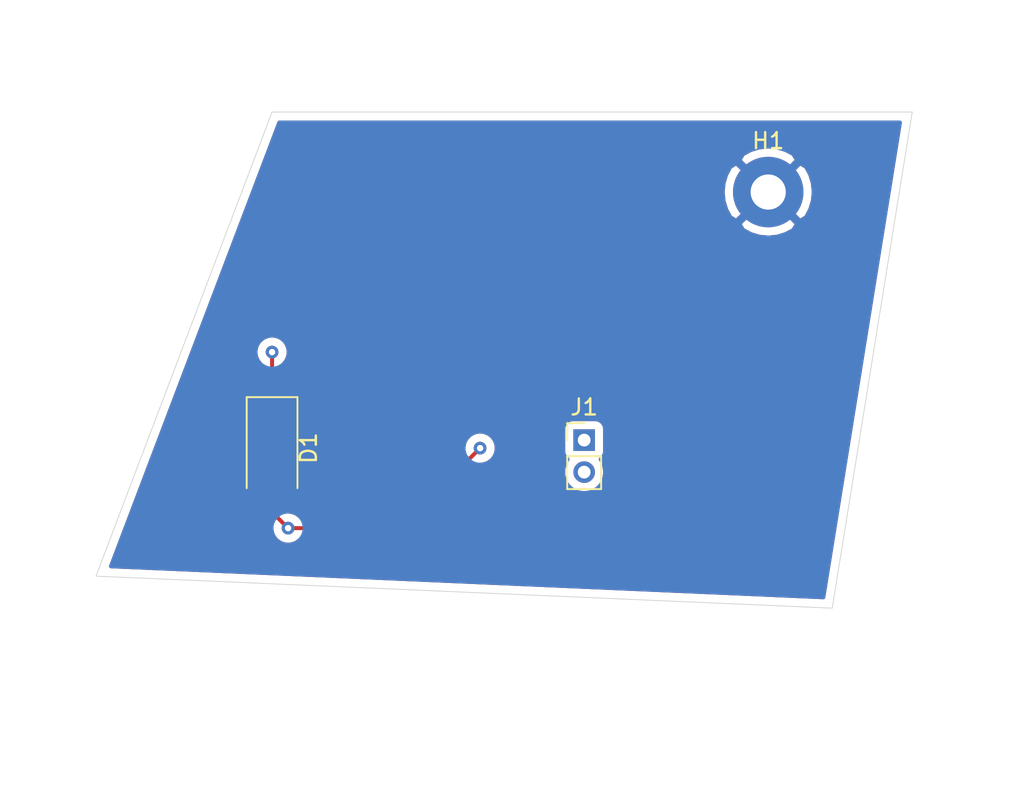
<source format=kicad_pcb>
(kicad_pcb (version 20171130) (host pcbnew 5.1.6)

  (general
    (thickness 1.6)
    (drawings 4)
    (tracks 12)
    (zones 0)
    (modules 3)
    (nets 4)
  )

  (page A4)
  (layers
    (0 F.Cu power)
    (1 In1.Cu signal)
    (2 In2.Cu signal)
    (31 B.Cu power)
    (32 B.Adhes user)
    (33 F.Adhes user)
    (34 B.Paste user)
    (35 F.Paste user)
    (36 B.SilkS user)
    (37 F.SilkS user)
    (38 B.Mask user)
    (39 F.Mask user)
    (40 Dwgs.User user)
    (41 Cmts.User user)
    (42 Eco1.User user)
    (43 Eco2.User user)
    (44 Edge.Cuts user)
    (45 Margin user)
    (46 B.CrtYd user)
    (47 F.CrtYd user)
    (48 B.Fab user)
    (49 F.Fab user)
  )

  (setup
    (last_trace_width 0.25)
    (trace_clearance 0.2)
    (zone_clearance 0.1)
    (zone_45_only no)
    (trace_min 0.2)
    (via_size 0.8)
    (via_drill 0.4)
    (via_min_size 0.4)
    (via_min_drill 0.3)
    (uvia_size 0.3)
    (uvia_drill 0.1)
    (uvias_allowed no)
    (uvia_min_size 0.2)
    (uvia_min_drill 0.1)
    (edge_width 0.05)
    (segment_width 0.2)
    (pcb_text_width 0.3)
    (pcb_text_size 1.5 1.5)
    (mod_edge_width 0.12)
    (mod_text_size 1 1)
    (mod_text_width 0.15)
    (pad_size 1.524 1.524)
    (pad_drill 0.762)
    (pad_to_mask_clearance 0.05)
    (aux_axis_origin 0 0)
    (visible_elements FFFFFF7F)
    (pcbplotparams
      (layerselection 0x010fc_ffffffff)
      (usegerberextensions false)
      (usegerberattributes true)
      (usegerberadvancedattributes true)
      (creategerberjobfile true)
      (excludeedgelayer true)
      (linewidth 0.100000)
      (plotframeref false)
      (viasonmask false)
      (mode 1)
      (useauxorigin false)
      (hpglpennumber 1)
      (hpglpenspeed 20)
      (hpglpendiameter 15.000000)
      (psnegative false)
      (psa4output false)
      (plotreference true)
      (plotvalue true)
      (plotinvisibletext false)
      (padsonsilk false)
      (subtractmaskfromsilk false)
      (outputformat 1)
      (mirror false)
      (drillshape 1)
      (scaleselection 1)
      (outputdirectory ""))
  )

  (net 0 "")
  (net 1 /sig1)
  (net 2 /sig2)
  (net 3 GND)

  (net_class Default "This is the default net class."
    (clearance 0.2)
    (trace_width 0.25)
    (via_dia 0.8)
    (via_drill 0.4)
    (uvia_dia 0.3)
    (uvia_drill 0.1)
    (add_net /sig1)
    (add_net /sig2)
    (add_net GND)
  )

  (module LED_SMD:LED_2010_5025Metric (layer F.Cu) (tedit 5B301BBE) (tstamp 5F687325)
    (at 135 111 270)
    (descr "LED SMD 2010 (5025 Metric), square (rectangular) end terminal, IPC_7351 nominal, (Body size source: http://www.tortai-tech.com/upload/download/2011102023233369053.pdf), generated with kicad-footprint-generator")
    (tags diode)
    (path /5F6EECAD)
    (attr smd)
    (fp_text reference D1 (at 0 -2.28 90) (layer F.SilkS)
      (effects (font (size 1 1) (thickness 0.15)))
    )
    (fp_text value LED (at 0 2.28 90) (layer F.Fab)
      (effects (font (size 1 1) (thickness 0.15)))
    )
    (fp_line (start 3.18 1.58) (end -3.18 1.58) (layer F.CrtYd) (width 0.05))
    (fp_line (start 3.18 -1.58) (end 3.18 1.58) (layer F.CrtYd) (width 0.05))
    (fp_line (start -3.18 -1.58) (end 3.18 -1.58) (layer F.CrtYd) (width 0.05))
    (fp_line (start -3.18 1.58) (end -3.18 -1.58) (layer F.CrtYd) (width 0.05))
    (fp_line (start -3.185 1.585) (end 2.5 1.585) (layer F.SilkS) (width 0.12))
    (fp_line (start -3.185 -1.585) (end -3.185 1.585) (layer F.SilkS) (width 0.12))
    (fp_line (start 2.5 -1.585) (end -3.185 -1.585) (layer F.SilkS) (width 0.12))
    (fp_line (start 2.5 1.25) (end 2.5 -1.25) (layer F.Fab) (width 0.1))
    (fp_line (start -2.5 1.25) (end 2.5 1.25) (layer F.Fab) (width 0.1))
    (fp_line (start -2.5 -0.625) (end -2.5 1.25) (layer F.Fab) (width 0.1))
    (fp_line (start -1.875 -1.25) (end -2.5 -0.625) (layer F.Fab) (width 0.1))
    (fp_line (start 2.5 -1.25) (end -1.875 -1.25) (layer F.Fab) (width 0.1))
    (fp_text user %R (at 0 0 90) (layer F.Fab)
      (effects (font (size 1 1) (thickness 0.15)))
    )
    (pad 1 smd roundrect (at -2.25 0 270) (size 1.35 2.65) (layers F.Cu F.Paste F.Mask) (roundrect_rratio 0.185185)
      (net 1 /sig1))
    (pad 2 smd roundrect (at 2.25 0 270) (size 1.35 2.65) (layers F.Cu F.Paste F.Mask) (roundrect_rratio 0.185185)
      (net 2 /sig2))
    (model ${KISYS3DMOD}/LED_SMD.3dshapes/LED_2010_5025Metric.wrl
      (at (xyz 0 0 0))
      (scale (xyz 1 1 1))
      (rotate (xyz 0 0 0))
    )
  )

  (module Connector_PinHeader_2.00mm:PinHeader_1x02_P2.00mm_Vertical (layer F.Cu) (tedit 59FED667) (tstamp 5F687485)
    (at 154.5 110.5)
    (descr "Through hole straight pin header, 1x02, 2.00mm pitch, single row")
    (tags "Through hole pin header THT 1x02 2.00mm single row")
    (path /5F6EE6B3)
    (fp_text reference J1 (at 0 -2.06) (layer F.SilkS)
      (effects (font (size 1 1) (thickness 0.15)))
    )
    (fp_text value Conn_01x02 (at 0 4.06) (layer F.Fab)
      (effects (font (size 1 1) (thickness 0.15)))
    )
    (fp_line (start 1.5 -1.5) (end -1.5 -1.5) (layer F.CrtYd) (width 0.05))
    (fp_line (start 1.5 3.5) (end 1.5 -1.5) (layer F.CrtYd) (width 0.05))
    (fp_line (start -1.5 3.5) (end 1.5 3.5) (layer F.CrtYd) (width 0.05))
    (fp_line (start -1.5 -1.5) (end -1.5 3.5) (layer F.CrtYd) (width 0.05))
    (fp_line (start -1.06 -1.06) (end 0 -1.06) (layer F.SilkS) (width 0.12))
    (fp_line (start -1.06 0) (end -1.06 -1.06) (layer F.SilkS) (width 0.12))
    (fp_line (start -1.06 1) (end 1.06 1) (layer F.SilkS) (width 0.12))
    (fp_line (start 1.06 1) (end 1.06 3.06) (layer F.SilkS) (width 0.12))
    (fp_line (start -1.06 1) (end -1.06 3.06) (layer F.SilkS) (width 0.12))
    (fp_line (start -1.06 3.06) (end 1.06 3.06) (layer F.SilkS) (width 0.12))
    (fp_line (start -1 -0.5) (end -0.5 -1) (layer F.Fab) (width 0.1))
    (fp_line (start -1 3) (end -1 -0.5) (layer F.Fab) (width 0.1))
    (fp_line (start 1 3) (end -1 3) (layer F.Fab) (width 0.1))
    (fp_line (start 1 -1) (end 1 3) (layer F.Fab) (width 0.1))
    (fp_line (start -0.5 -1) (end 1 -1) (layer F.Fab) (width 0.1))
    (fp_text user %R (at 0 1 90) (layer F.Fab)
      (effects (font (size 1 1) (thickness 0.15)))
    )
    (pad 1 thru_hole rect (at 0 0) (size 1.35 1.35) (drill 0.8) (layers *.Cu *.Mask)
      (net 1 /sig1))
    (pad 2 thru_hole oval (at 0 2) (size 1.35 1.35) (drill 0.8) (layers *.Cu *.Mask)
      (net 2 /sig2))
    (model ${KISYS3DMOD}/Connector_PinHeader_2.00mm.3dshapes/PinHeader_1x02_P2.00mm_Vertical.wrl
      (at (xyz 0 0 0))
      (scale (xyz 1 1 1))
      (rotate (xyz 0 0 0))
    )
  )

  (module MountingHole:MountingHole_2.2mm_M2_Pad (layer F.Cu) (tedit 56D1B4CB) (tstamp 5F6872E3)
    (at 166 95)
    (descr "Mounting Hole 2.2mm, M2")
    (tags "mounting hole 2.2mm m2")
    (path /5F6F1693)
    (attr virtual)
    (fp_text reference H1 (at 0 -3.2) (layer F.SilkS)
      (effects (font (size 1 1) (thickness 0.15)))
    )
    (fp_text value MountingHole_Pad (at 0 3.2) (layer F.Fab)
      (effects (font (size 1 1) (thickness 0.15)))
    )
    (fp_circle (center 0 0) (end 2.45 0) (layer F.CrtYd) (width 0.05))
    (fp_circle (center 0 0) (end 2.2 0) (layer Cmts.User) (width 0.15))
    (fp_text user %R (at 0.3 0) (layer F.Fab)
      (effects (font (size 1 1) (thickness 0.15)))
    )
    (pad 1 thru_hole circle (at 0 0) (size 4.4 4.4) (drill 2.2) (layers *.Cu *.Mask)
      (net 3 GND))
  )

  (gr_line (start 170 121) (end 124 119) (layer Edge.Cuts) (width 0.05))
  (gr_line (start 175 90) (end 170 121) (layer Edge.Cuts) (width 0.05))
  (gr_line (start 135 90) (end 175 90) (layer Edge.Cuts) (width 0.05))
  (gr_line (start 124 119) (end 135 90) (layer Edge.Cuts) (width 0.05))

  (via (at 135 105) (size 0.8) (drill 0.4) (layers F.Cu B.Cu) (net 1))
  (segment (start 135 105) (end 135 108.75) (width 0.25) (layer F.Cu) (net 1))
  (segment (start 135 105) (end 137 105) (width 0.25) (layer In1.Cu) (net 1))
  (segment (start 137 105) (end 142 110) (width 0.25) (layer In1.Cu) (net 1))
  (via (at 136 116) (size 0.8) (drill 0.4) (layers F.Cu B.Cu) (net 2))
  (segment (start 135 115) (end 136 116) (width 0.25) (layer F.Cu) (net 2))
  (segment (start 135 113.25) (end 135 115) (width 0.25) (layer F.Cu) (net 2))
  (via (at 148 111) (size 0.8) (drill 0.4) (layers F.Cu B.Cu) (net 2))
  (segment (start 149.5 112.5) (end 148 111) (width 0.25) (layer In2.Cu) (net 2))
  (segment (start 154.5 112.5) (end 149.5 112.5) (width 0.25) (layer In2.Cu) (net 2))
  (segment (start 143 116) (end 136 116) (width 0.25) (layer F.Cu) (net 2))
  (segment (start 148 111) (end 143 116) (width 0.25) (layer F.Cu) (net 2))

  (zone (net 3) (net_name GND) (layer F.Cu) (tstamp 0) (hatch edge 0.508)
    (connect_pads (clearance 0.508))
    (min_thickness 0.254)
    (fill yes (arc_segments 32) (thermal_gap 0.508) (thermal_bridge_width 0.508))
    (polygon
      (pts
        (xy 180 84) (xy 182 126) (xy 121 133) (xy 118 83)
      )
    )
    (filled_polygon
      (pts
        (xy 169.441936 120.315113) (xy 124.940947 118.380287) (xy 127.048125 112.824999) (xy 133.036928 112.824999) (xy 133.036928 113.675001)
        (xy 133.053992 113.848255) (xy 133.104528 114.014851) (xy 133.186595 114.168387) (xy 133.297038 114.302962) (xy 133.431613 114.413405)
        (xy 133.585149 114.495472) (xy 133.751745 114.546008) (xy 133.924999 114.563072) (xy 134.240001 114.563072) (xy 134.240001 114.962668)
        (xy 134.236324 115) (xy 134.250998 115.148985) (xy 134.294454 115.292246) (xy 134.365026 115.424276) (xy 134.418142 115.488997)
        (xy 134.46 115.540001) (xy 134.488998 115.563799) (xy 134.965 116.039802) (xy 134.965 116.101939) (xy 135.004774 116.301898)
        (xy 135.082795 116.490256) (xy 135.196063 116.659774) (xy 135.340226 116.803937) (xy 135.509744 116.917205) (xy 135.698102 116.995226)
        (xy 135.898061 117.035) (xy 136.101939 117.035) (xy 136.301898 116.995226) (xy 136.490256 116.917205) (xy 136.659774 116.803937)
        (xy 136.703711 116.76) (xy 142.962678 116.76) (xy 143 116.763676) (xy 143.037322 116.76) (xy 143.037333 116.76)
        (xy 143.148986 116.749003) (xy 143.292247 116.705546) (xy 143.424276 116.634974) (xy 143.540001 116.540001) (xy 143.563804 116.510997)
        (xy 148.039802 112.035) (xy 148.101939 112.035) (xy 148.301898 111.995226) (xy 148.490256 111.917205) (xy 148.659774 111.803937)
        (xy 148.803937 111.659774) (xy 148.917205 111.490256) (xy 148.995226 111.301898) (xy 149.035 111.101939) (xy 149.035 110.898061)
        (xy 148.995226 110.698102) (xy 148.917205 110.509744) (xy 148.803937 110.340226) (xy 148.659774 110.196063) (xy 148.490256 110.082795)
        (xy 148.301898 110.004774) (xy 148.101939 109.965) (xy 147.898061 109.965) (xy 147.698102 110.004774) (xy 147.509744 110.082795)
        (xy 147.340226 110.196063) (xy 147.196063 110.340226) (xy 147.082795 110.509744) (xy 147.004774 110.698102) (xy 146.965 110.898061)
        (xy 146.965 110.960198) (xy 142.685199 115.24) (xy 136.703711 115.24) (xy 136.659774 115.196063) (xy 136.490256 115.082795)
        (xy 136.301898 115.004774) (xy 136.101939 114.965) (xy 136.039802 114.965) (xy 135.76 114.685199) (xy 135.76 114.563072)
        (xy 136.075001 114.563072) (xy 136.248255 114.546008) (xy 136.414851 114.495472) (xy 136.568387 114.413405) (xy 136.702962 114.302962)
        (xy 136.813405 114.168387) (xy 136.895472 114.014851) (xy 136.946008 113.848255) (xy 136.963072 113.675001) (xy 136.963072 112.824999)
        (xy 136.946008 112.651745) (xy 136.895472 112.485149) (xy 136.813405 112.331613) (xy 136.702962 112.197038) (xy 136.568387 112.086595)
        (xy 136.414851 112.004528) (xy 136.248255 111.953992) (xy 136.075001 111.936928) (xy 133.924999 111.936928) (xy 133.751745 111.953992)
        (xy 133.585149 112.004528) (xy 133.431613 112.086595) (xy 133.297038 112.197038) (xy 133.186595 112.331613) (xy 133.104528 112.485149)
        (xy 133.053992 112.651745) (xy 133.036928 112.824999) (xy 127.048125 112.824999) (xy 128.755021 108.324999) (xy 133.036928 108.324999)
        (xy 133.036928 109.175001) (xy 133.053992 109.348255) (xy 133.104528 109.514851) (xy 133.186595 109.668387) (xy 133.297038 109.802962)
        (xy 133.431613 109.913405) (xy 133.585149 109.995472) (xy 133.751745 110.046008) (xy 133.924999 110.063072) (xy 136.075001 110.063072)
        (xy 136.248255 110.046008) (xy 136.414851 109.995472) (xy 136.568387 109.913405) (xy 136.676108 109.825) (xy 153.186928 109.825)
        (xy 153.186928 111.175) (xy 153.199188 111.299482) (xy 153.235498 111.41918) (xy 153.294463 111.529494) (xy 153.373815 111.626185)
        (xy 153.460697 111.697487) (xy 153.339093 111.879482) (xy 153.240342 112.117887) (xy 153.19 112.370976) (xy 153.19 112.629024)
        (xy 153.240342 112.882113) (xy 153.339093 113.120518) (xy 153.482456 113.335077) (xy 153.664923 113.517544) (xy 153.879482 113.660907)
        (xy 154.117887 113.759658) (xy 154.370976 113.81) (xy 154.629024 113.81) (xy 154.882113 113.759658) (xy 155.120518 113.660907)
        (xy 155.335077 113.517544) (xy 155.517544 113.335077) (xy 155.660907 113.120518) (xy 155.759658 112.882113) (xy 155.81 112.629024)
        (xy 155.81 112.370976) (xy 155.759658 112.117887) (xy 155.660907 111.879482) (xy 155.539303 111.697487) (xy 155.626185 111.626185)
        (xy 155.705537 111.529494) (xy 155.764502 111.41918) (xy 155.800812 111.299482) (xy 155.813072 111.175) (xy 155.813072 109.825)
        (xy 155.800812 109.700518) (xy 155.764502 109.58082) (xy 155.705537 109.470506) (xy 155.626185 109.373815) (xy 155.529494 109.294463)
        (xy 155.41918 109.235498) (xy 155.299482 109.199188) (xy 155.175 109.186928) (xy 153.825 109.186928) (xy 153.700518 109.199188)
        (xy 153.58082 109.235498) (xy 153.470506 109.294463) (xy 153.373815 109.373815) (xy 153.294463 109.470506) (xy 153.235498 109.58082)
        (xy 153.199188 109.700518) (xy 153.186928 109.825) (xy 136.676108 109.825) (xy 136.702962 109.802962) (xy 136.813405 109.668387)
        (xy 136.895472 109.514851) (xy 136.946008 109.348255) (xy 136.963072 109.175001) (xy 136.963072 108.324999) (xy 136.946008 108.151745)
        (xy 136.895472 107.985149) (xy 136.813405 107.831613) (xy 136.702962 107.697038) (xy 136.568387 107.586595) (xy 136.414851 107.504528)
        (xy 136.248255 107.453992) (xy 136.075001 107.436928) (xy 135.76 107.436928) (xy 135.76 105.703711) (xy 135.803937 105.659774)
        (xy 135.917205 105.490256) (xy 135.995226 105.301898) (xy 136.035 105.101939) (xy 136.035 104.898061) (xy 135.995226 104.698102)
        (xy 135.917205 104.509744) (xy 135.803937 104.340226) (xy 135.659774 104.196063) (xy 135.490256 104.082795) (xy 135.301898 104.004774)
        (xy 135.101939 103.965) (xy 134.898061 103.965) (xy 134.698102 104.004774) (xy 134.509744 104.082795) (xy 134.340226 104.196063)
        (xy 134.196063 104.340226) (xy 134.082795 104.509744) (xy 134.004774 104.698102) (xy 133.965 104.898061) (xy 133.965 105.101939)
        (xy 134.004774 105.301898) (xy 134.082795 105.490256) (xy 134.196063 105.659774) (xy 134.24 105.703711) (xy 134.240001 107.436928)
        (xy 133.924999 107.436928) (xy 133.751745 107.453992) (xy 133.585149 107.504528) (xy 133.431613 107.586595) (xy 133.297038 107.697038)
        (xy 133.186595 107.831613) (xy 133.104528 107.985149) (xy 133.053992 108.151745) (xy 133.036928 108.324999) (xy 128.755021 108.324999)
        (xy 133.054588 96.989775) (xy 164.18983 96.989775) (xy 164.429976 97.377018) (xy 164.923877 97.637641) (xy 165.459133 97.796901)
        (xy 166.015174 97.848678) (xy 166.570632 97.790981) (xy 167.104161 97.626028) (xy 167.570024 97.377018) (xy 167.81017 96.989775)
        (xy 166 95.179605) (xy 164.18983 96.989775) (xy 133.054588 96.989775) (xy 133.803575 95.015174) (xy 163.151322 95.015174)
        (xy 163.209019 95.570632) (xy 163.373972 96.104161) (xy 163.622982 96.570024) (xy 164.010225 96.81017) (xy 165.820395 95)
        (xy 166.179605 95) (xy 167.989775 96.81017) (xy 168.377018 96.570024) (xy 168.637641 96.076123) (xy 168.796901 95.540867)
        (xy 168.848678 94.984826) (xy 168.790981 94.429368) (xy 168.626028 93.895839) (xy 168.377018 93.429976) (xy 167.989775 93.18983)
        (xy 166.179605 95) (xy 165.820395 95) (xy 164.010225 93.18983) (xy 163.622982 93.429976) (xy 163.362359 93.923877)
        (xy 163.203099 94.459133) (xy 163.151322 95.015174) (xy 133.803575 95.015174) (xy 134.564073 93.010225) (xy 164.18983 93.010225)
        (xy 166 94.820395) (xy 167.81017 93.010225) (xy 167.570024 92.622982) (xy 167.076123 92.362359) (xy 166.540867 92.203099)
        (xy 165.984826 92.151322) (xy 165.429368 92.209019) (xy 164.895839 92.373972) (xy 164.429976 92.622982) (xy 164.18983 93.010225)
        (xy 134.564073 93.010225) (xy 135.455538 90.66) (xy 174.225019 90.66)
      )
    )
  )
  (zone (net 3) (net_name GND) (layer B.Cu) (tstamp 0) (hatch edge 0.508)
    (connect_pads (clearance 0.508))
    (min_thickness 0.254)
    (fill yes (arc_segments 32) (thermal_gap 0.508) (thermal_bridge_width 0.508))
    (polygon
      (pts
        (xy 180 84) (xy 182 126) (xy 121 133) (xy 118 83)
      )
    )
    (filled_polygon
      (pts
        (xy 169.441936 120.315113) (xy 124.940947 118.380287) (xy 125.88248 115.898061) (xy 134.965 115.898061) (xy 134.965 116.101939)
        (xy 135.004774 116.301898) (xy 135.082795 116.490256) (xy 135.196063 116.659774) (xy 135.340226 116.803937) (xy 135.509744 116.917205)
        (xy 135.698102 116.995226) (xy 135.898061 117.035) (xy 136.101939 117.035) (xy 136.301898 116.995226) (xy 136.490256 116.917205)
        (xy 136.659774 116.803937) (xy 136.803937 116.659774) (xy 136.917205 116.490256) (xy 136.995226 116.301898) (xy 137.035 116.101939)
        (xy 137.035 115.898061) (xy 136.995226 115.698102) (xy 136.917205 115.509744) (xy 136.803937 115.340226) (xy 136.659774 115.196063)
        (xy 136.490256 115.082795) (xy 136.301898 115.004774) (xy 136.101939 114.965) (xy 135.898061 114.965) (xy 135.698102 115.004774)
        (xy 135.509744 115.082795) (xy 135.340226 115.196063) (xy 135.196063 115.340226) (xy 135.082795 115.509744) (xy 135.004774 115.698102)
        (xy 134.965 115.898061) (xy 125.88248 115.898061) (xy 127.779031 110.898061) (xy 146.965 110.898061) (xy 146.965 111.101939)
        (xy 147.004774 111.301898) (xy 147.082795 111.490256) (xy 147.196063 111.659774) (xy 147.340226 111.803937) (xy 147.509744 111.917205)
        (xy 147.698102 111.995226) (xy 147.898061 112.035) (xy 148.101939 112.035) (xy 148.301898 111.995226) (xy 148.490256 111.917205)
        (xy 148.659774 111.803937) (xy 148.803937 111.659774) (xy 148.917205 111.490256) (xy 148.995226 111.301898) (xy 149.035 111.101939)
        (xy 149.035 110.898061) (xy 148.995226 110.698102) (xy 148.917205 110.509744) (xy 148.803937 110.340226) (xy 148.659774 110.196063)
        (xy 148.490256 110.082795) (xy 148.301898 110.004774) (xy 148.101939 109.965) (xy 147.898061 109.965) (xy 147.698102 110.004774)
        (xy 147.509744 110.082795) (xy 147.340226 110.196063) (xy 147.196063 110.340226) (xy 147.082795 110.509744) (xy 147.004774 110.698102)
        (xy 146.965 110.898061) (xy 127.779031 110.898061) (xy 128.186054 109.825) (xy 153.186928 109.825) (xy 153.186928 111.175)
        (xy 153.199188 111.299482) (xy 153.235498 111.41918) (xy 153.294463 111.529494) (xy 153.373815 111.626185) (xy 153.460697 111.697487)
        (xy 153.339093 111.879482) (xy 153.240342 112.117887) (xy 153.19 112.370976) (xy 153.19 112.629024) (xy 153.240342 112.882113)
        (xy 153.339093 113.120518) (xy 153.482456 113.335077) (xy 153.664923 113.517544) (xy 153.879482 113.660907) (xy 154.117887 113.759658)
        (xy 154.370976 113.81) (xy 154.629024 113.81) (xy 154.882113 113.759658) (xy 155.120518 113.660907) (xy 155.335077 113.517544)
        (xy 155.517544 113.335077) (xy 155.660907 113.120518) (xy 155.759658 112.882113) (xy 155.81 112.629024) (xy 155.81 112.370976)
        (xy 155.759658 112.117887) (xy 155.660907 111.879482) (xy 155.539303 111.697487) (xy 155.626185 111.626185) (xy 155.705537 111.529494)
        (xy 155.764502 111.41918) (xy 155.800812 111.299482) (xy 155.813072 111.175) (xy 155.813072 109.825) (xy 155.800812 109.700518)
        (xy 155.764502 109.58082) (xy 155.705537 109.470506) (xy 155.626185 109.373815) (xy 155.529494 109.294463) (xy 155.41918 109.235498)
        (xy 155.299482 109.199188) (xy 155.175 109.186928) (xy 153.825 109.186928) (xy 153.700518 109.199188) (xy 153.58082 109.235498)
        (xy 153.470506 109.294463) (xy 153.373815 109.373815) (xy 153.294463 109.470506) (xy 153.235498 109.58082) (xy 153.199188 109.700518)
        (xy 153.186928 109.825) (xy 128.186054 109.825) (xy 130.054894 104.898061) (xy 133.965 104.898061) (xy 133.965 105.101939)
        (xy 134.004774 105.301898) (xy 134.082795 105.490256) (xy 134.196063 105.659774) (xy 134.340226 105.803937) (xy 134.509744 105.917205)
        (xy 134.698102 105.995226) (xy 134.898061 106.035) (xy 135.101939 106.035) (xy 135.301898 105.995226) (xy 135.490256 105.917205)
        (xy 135.659774 105.803937) (xy 135.803937 105.659774) (xy 135.917205 105.490256) (xy 135.995226 105.301898) (xy 136.035 105.101939)
        (xy 136.035 104.898061) (xy 135.995226 104.698102) (xy 135.917205 104.509744) (xy 135.803937 104.340226) (xy 135.659774 104.196063)
        (xy 135.490256 104.082795) (xy 135.301898 104.004774) (xy 135.101939 103.965) (xy 134.898061 103.965) (xy 134.698102 104.004774)
        (xy 134.509744 104.082795) (xy 134.340226 104.196063) (xy 134.196063 104.340226) (xy 134.082795 104.509744) (xy 134.004774 104.698102)
        (xy 133.965 104.898061) (xy 130.054894 104.898061) (xy 133.054588 96.989775) (xy 164.18983 96.989775) (xy 164.429976 97.377018)
        (xy 164.923877 97.637641) (xy 165.459133 97.796901) (xy 166.015174 97.848678) (xy 166.570632 97.790981) (xy 167.104161 97.626028)
        (xy 167.570024 97.377018) (xy 167.81017 96.989775) (xy 166 95.179605) (xy 164.18983 96.989775) (xy 133.054588 96.989775)
        (xy 133.803575 95.015174) (xy 163.151322 95.015174) (xy 163.209019 95.570632) (xy 163.373972 96.104161) (xy 163.622982 96.570024)
        (xy 164.010225 96.81017) (xy 165.820395 95) (xy 166.179605 95) (xy 167.989775 96.81017) (xy 168.377018 96.570024)
        (xy 168.637641 96.076123) (xy 168.796901 95.540867) (xy 168.848678 94.984826) (xy 168.790981 94.429368) (xy 168.626028 93.895839)
        (xy 168.377018 93.429976) (xy 167.989775 93.18983) (xy 166.179605 95) (xy 165.820395 95) (xy 164.010225 93.18983)
        (xy 163.622982 93.429976) (xy 163.362359 93.923877) (xy 163.203099 94.459133) (xy 163.151322 95.015174) (xy 133.803575 95.015174)
        (xy 134.564073 93.010225) (xy 164.18983 93.010225) (xy 166 94.820395) (xy 167.81017 93.010225) (xy 167.570024 92.622982)
        (xy 167.076123 92.362359) (xy 166.540867 92.203099) (xy 165.984826 92.151322) (xy 165.429368 92.209019) (xy 164.895839 92.373972)
        (xy 164.429976 92.622982) (xy 164.18983 93.010225) (xy 134.564073 93.010225) (xy 135.455538 90.66) (xy 174.225019 90.66)
      )
    )
  )
  (zone (net 1) (net_name /sig1) (layer In1.Cu) (tstamp 0) (hatch edge 0.508)
    (connect_pads yes (clearance 0.1))
    (min_thickness 0.0254)
    (fill yes (arc_segments 32) (thermal_gap 0.508) (thermal_bridge_width 0.508))
    (polygon
      (pts
        (xy 157 111) (xy 141 111) (xy 141 109) (xy 157 109)
      )
    )
    (filled_polygon
      (pts
        (xy 156.9873 110.7873) (xy 148.575079 110.7873) (xy 148.542968 110.709778) (xy 148.475915 110.609426) (xy 148.390574 110.524085)
        (xy 148.290222 110.457032) (xy 148.178718 110.410845) (xy 148.060346 110.3873) (xy 147.939654 110.3873) (xy 147.821282 110.410845)
        (xy 147.709778 110.457032) (xy 147.609426 110.524085) (xy 147.524085 110.609426) (xy 147.457032 110.709778) (xy 147.424921 110.7873)
        (xy 141.0127 110.7873) (xy 141.0127 109.0127) (xy 156.9873 109.0127)
      )
    )
  )
  (zone (net 2) (net_name /sig2) (layer In1.Cu) (tstamp 0) (hatch edge 0.508)
    (priority 1)
    (connect_pads yes (clearance 0.1))
    (min_thickness 0.0254)
    (fill yes (arc_segments 32) (thermal_gap 0.508) (thermal_bridge_width 0.508))
    (polygon
      (pts
        (xy 157 113) (xy 141 113) (xy 141 111) (xy 157 111)
      )
    )
    (filled_polygon
      (pts
        (xy 153.611271 111.175) (xy 153.615378 111.216696) (xy 153.62754 111.256791) (xy 153.647291 111.293741) (xy 153.673871 111.326129)
        (xy 153.706259 111.352709) (xy 153.743209 111.37246) (xy 153.783304 111.384622) (xy 153.825 111.388729) (xy 155.175 111.388729)
        (xy 155.216696 111.384622) (xy 155.256791 111.37246) (xy 155.293741 111.352709) (xy 155.326129 111.326129) (xy 155.352709 111.293741)
        (xy 155.37246 111.256791) (xy 155.384622 111.216696) (xy 155.388729 111.175) (xy 155.388729 111.0127) (xy 156.9873 111.0127)
        (xy 156.9873 112.9873) (xy 141.0127 112.9873) (xy 141.0127 111.0127) (xy 153.611271 111.0127)
      )
    )
  )
)

</source>
